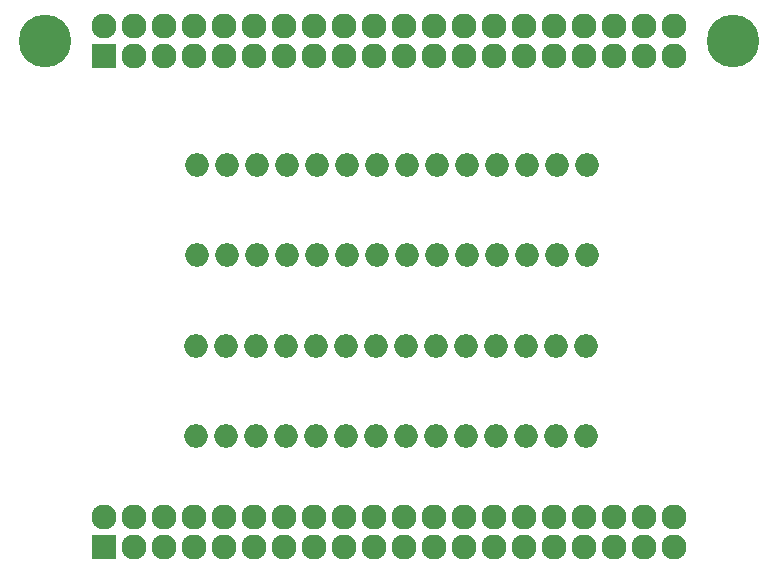
<source format=gbr>
G04 #@! TF.FileFunction,Soldermask,Bot*
%FSLAX46Y46*%
G04 Gerber Fmt 4.6, Leading zero omitted, Abs format (unit mm)*
G04 Created by KiCad (PCBNEW 4.0.1-3.201512221401+6198~38~ubuntu15.10.1-stable) date Mon 19 Dec 2016 04:42:33 PM PST*
%MOMM*%
G01*
G04 APERTURE LIST*
%ADD10C,0.100000*%
%ADD11C,4.464000*%
%ADD12R,2.127200X2.127200*%
%ADD13O,2.127200X2.127200*%
%ADD14O,2.000000X2.000000*%
G04 APERTURE END LIST*
D10*
D11*
X100000000Y-50000000D03*
D12*
X105000000Y-92795000D03*
D13*
X105000000Y-90255000D03*
X107540000Y-92795000D03*
X107540000Y-90255000D03*
X110080000Y-92795000D03*
X110080000Y-90255000D03*
X112620000Y-92795000D03*
X112620000Y-90255000D03*
X115160000Y-92795000D03*
X115160000Y-90255000D03*
X117700000Y-92795000D03*
X117700000Y-90255000D03*
X120240000Y-92795000D03*
X120240000Y-90255000D03*
X122780000Y-92795000D03*
X122780000Y-90255000D03*
X125320000Y-92795000D03*
X125320000Y-90255000D03*
X127860000Y-92795000D03*
X127860000Y-90255000D03*
X130400000Y-92795000D03*
X130400000Y-90255000D03*
X132940000Y-92795000D03*
X132940000Y-90255000D03*
X135480000Y-92795000D03*
X135480000Y-90255000D03*
X138020000Y-92795000D03*
X138020000Y-90255000D03*
X140560000Y-92795000D03*
X140560000Y-90255000D03*
X143100000Y-92795000D03*
X143100000Y-90255000D03*
X145640000Y-92795000D03*
X145640000Y-90255000D03*
X148180000Y-92795000D03*
X148180000Y-90255000D03*
X150720000Y-92795000D03*
X150720000Y-90255000D03*
X153260000Y-92795000D03*
X153260000Y-90255000D03*
D12*
X105000000Y-51275000D03*
D13*
X105000000Y-48735000D03*
X107540000Y-51275000D03*
X107540000Y-48735000D03*
X110080000Y-51275000D03*
X110080000Y-48735000D03*
X112620000Y-51275000D03*
X112620000Y-48735000D03*
X115160000Y-51275000D03*
X115160000Y-48735000D03*
X117700000Y-51275000D03*
X117700000Y-48735000D03*
X120240000Y-51275000D03*
X120240000Y-48735000D03*
X122780000Y-51275000D03*
X122780000Y-48735000D03*
X125320000Y-51275000D03*
X125320000Y-48735000D03*
X127860000Y-51275000D03*
X127860000Y-48735000D03*
X130400000Y-51275000D03*
X130400000Y-48735000D03*
X132940000Y-51275000D03*
X132940000Y-48735000D03*
X135480000Y-51275000D03*
X135480000Y-48735000D03*
X138020000Y-51275000D03*
X138020000Y-48735000D03*
X140560000Y-51275000D03*
X140560000Y-48735000D03*
X143100000Y-51275000D03*
X143100000Y-48735000D03*
X145640000Y-51275000D03*
X145640000Y-48735000D03*
X148180000Y-51275000D03*
X148180000Y-48735000D03*
X150720000Y-51275000D03*
X150720000Y-48735000D03*
X153260000Y-51275000D03*
X153260000Y-48735000D03*
D14*
X145890000Y-60430000D03*
X143350000Y-60430000D03*
X140810000Y-60430000D03*
X138270000Y-60430000D03*
X135730000Y-60430000D03*
X133190000Y-60430000D03*
X130650000Y-60430000D03*
X128110000Y-60430000D03*
X125570000Y-60430000D03*
X123030000Y-60430000D03*
X120490000Y-60430000D03*
X117950000Y-60430000D03*
X115410000Y-60430000D03*
X112870000Y-60430000D03*
X112870000Y-68050000D03*
X115410000Y-68050000D03*
X117950000Y-68050000D03*
X120490000Y-68050000D03*
X123030000Y-68050000D03*
X125570000Y-68050000D03*
X128110000Y-68050000D03*
X130650000Y-68050000D03*
X133190000Y-68050000D03*
X135730000Y-68050000D03*
X138270000Y-68050000D03*
X140810000Y-68050000D03*
X143350000Y-68050000D03*
X145890000Y-68050000D03*
X145785000Y-75810000D03*
X143245000Y-75810000D03*
X140705000Y-75810000D03*
X138165000Y-75810000D03*
X135625000Y-75810000D03*
X133085000Y-75810000D03*
X130545000Y-75810000D03*
X128005000Y-75810000D03*
X125465000Y-75810000D03*
X122925000Y-75810000D03*
X120385000Y-75810000D03*
X117845000Y-75810000D03*
X115305000Y-75810000D03*
X112765000Y-75810000D03*
X112765000Y-83430000D03*
X115305000Y-83430000D03*
X117845000Y-83430000D03*
X120385000Y-83430000D03*
X122925000Y-83430000D03*
X125465000Y-83430000D03*
X128005000Y-83430000D03*
X130545000Y-83430000D03*
X133085000Y-83430000D03*
X135625000Y-83430000D03*
X138165000Y-83430000D03*
X140705000Y-83430000D03*
X143245000Y-83430000D03*
X145785000Y-83430000D03*
D11*
X158260000Y-50000000D03*
M02*

</source>
